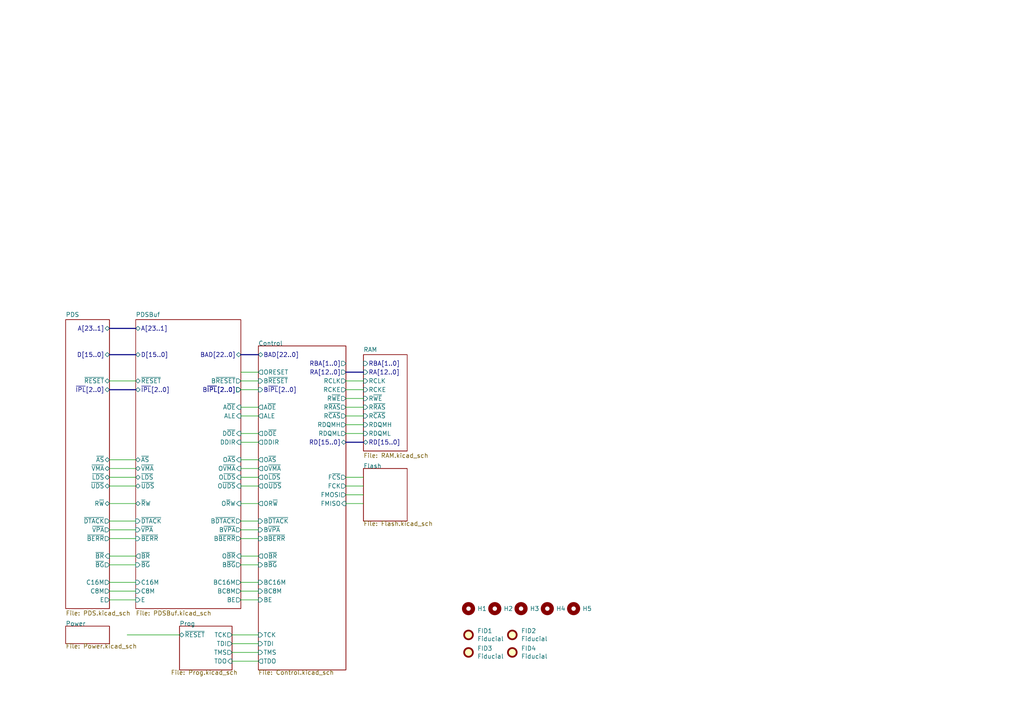
<source format=kicad_sch>
(kicad_sch (version 20230121) (generator eeschema)
  (paper "A4")
  (lib_symbols
    (symbol "Mechanical:Fiducial"
      (property "Reference" "FID" (at 0 5.08 0))
      (property "Value" "Fiducial" (at 0 3.175 0))
      (symbol "Fiducial_0_1"
        (circle (center 0 0) (radius 1.27) (stroke (width 0.508)) (fill (type background)))
      )
    )
    (symbol "Mechanical:MountingHole" (pin_names (offset 1.016))
      (property "Reference" "H" (at 0 5.08 0))
      (property "Value" "MountingHole" (at 0 3.175 0))
      (symbol "MountingHole_0_1"
        (circle (center 0 0) (radius 1.27) (stroke (width 1.27)))
      )
    )
  )
  (wire (pts (xy 69.85 110.49) (xy 74.93 110.49)))
  (wire (pts (xy 69.85 163.83) (xy 74.93 163.83)))
  (wire (pts (xy 69.85 128.27) (xy 74.93 128.27)))
  (wire (pts (xy 69.85 120.65) (xy 74.93 120.65)))
  (wire (pts (xy 69.85 135.89) (xy 74.93 135.89)))
  (wire (pts (xy 31.75 135.89) (xy 39.37 135.89)))
  (bus (pts (xy 31.75 113.03) (xy 39.37 113.03)))
  (wire (pts (xy 69.85 161.29) (xy 74.93 161.29)))
  (wire (pts (xy 31.75 140.97) (xy 39.37 140.97)))
  (wire (pts (xy 105.41 110.49) (xy 100.33 110.49)))
  (wire (pts (xy 100.33 146.05) (xy 105.41 146.05)))
  (wire (pts (xy 69.85 153.67) (xy 74.93 153.67)))
  (wire (pts (xy 69.85 173.99) (xy 74.93 173.99)))
  (wire (pts (xy 69.85 107.95) (xy 74.93 107.95)))
  (wire (pts (xy 69.85 113.03) (xy 74.93 113.03)))
  (wire (pts (xy 67.31 189.23) (xy 74.93 189.23)))
  (wire (pts (xy 67.31 184.15) (xy 74.93 184.15)))
  (wire (pts (xy 31.75 151.13) (xy 39.37 151.13)))
  (bus (pts (xy 100.33 128.27) (xy 105.41 128.27)))
  (wire (pts (xy 31.75 153.67) (xy 39.37 153.67)))
  (bus (pts (xy 69.85 102.87) (xy 74.93 102.87)))
  (wire (pts (xy 31.75 163.83) (xy 39.37 163.83)))
  (wire (pts (xy 105.41 113.03) (xy 100.33 113.03)))
  (wire (pts (xy 36.8796 184.15) (xy 52.07 184.15)))
  (wire (pts (xy 69.85 125.73) (xy 74.93 125.73)))
  (wire (pts (xy 31.75 138.43) (xy 39.37 138.43)))
  (wire (pts (xy 31.75 133.35) (xy 39.37 133.35)))
  (wire (pts (xy 69.85 151.13) (xy 74.93 151.13)))
  (wire (pts (xy 31.75 161.29) (xy 39.37 161.29)))
  (wire (pts (xy 31.75 173.99) (xy 39.37 173.99)))
  (wire (pts (xy 100.33 118.11) (xy 105.41 118.11)))
  (bus (pts (xy 31.75 102.87) (xy 39.37 102.87)))
  (wire (pts (xy 69.85 140.97) (xy 74.93 140.97)))
  (wire (pts (xy 69.85 146.05) (xy 74.93 146.05)))
  (wire (pts (xy 69.85 171.45) (xy 74.93 171.45)))
  (wire (pts (xy 100.33 138.43) (xy 105.41 138.43)))
  (wire (pts (xy 31.75 168.91) (xy 39.37 168.91)))
  (wire (pts (xy 69.85 156.21) (xy 74.93 156.21)))
  (wire (pts (xy 31.75 171.45) (xy 39.37 171.45)))
  (wire (pts (xy 69.85 168.91) (xy 74.93 168.91)))
  (wire (pts (xy 100.33 143.51) (xy 105.41 143.51)))
  (bus (pts (xy 31.75 95.25) (xy 39.37 95.25)))
  (wire (pts (xy 69.85 138.43) (xy 74.93 138.43)))
  (wire (pts (xy 31.75 146.05) (xy 39.37 146.05)))
  (wire (pts (xy 100.33 115.57) (xy 105.41 115.57)))
  (wire (pts (xy 100.33 140.97) (xy 105.41 140.97)))
  (wire (pts (xy 105.41 120.65) (xy 100.33 120.65)))
  (bus (pts (xy 100.33 107.95) (xy 105.41 107.95)))
  (wire (pts (xy 67.31 191.77) (xy 74.93 191.77)))
  (wire (pts (xy 69.85 118.11) (xy 74.93 118.11)))
  (wire (pts (xy 69.85 133.35) (xy 74.93 133.35)))
  (wire (pts (xy 67.31 186.69) (xy 74.93 186.69)))
  (wire (pts (xy 31.75 110.49) (xy 39.37 110.49)))
  (wire (pts (xy 100.33 123.19) (xy 105.41 123.19)))
  (wire (pts (xy 31.75 156.21) (xy 39.37 156.21)))
  (wire (pts (xy 100.33 125.73) (xy 105.41 125.73)))
  (symbol (lib_id "Mechanical:MountingHole") (at 166.37 176.53 0) (unit 1)
    (property "Reference" "H5" (at 168.91 176.53 0) (effects (justify left)))
    (property "Value" " " (at 168.91 177.546 0) (effects (justify left)))
    (property "Footprint" "stdpads:PasteHole_1.152mm_NPTH" (effects hide))
  )
  (symbol (lib_id "Mechanical:Fiducial") (at 135.89 184.15 0) (unit 1)
    (property "Reference" "FID1" (at 138.43 182.9816 0) (effects (justify left)))
    (property "Value" "Fiducial" (at 138.43 185.293 0) (effects (justify left)))
    (property "Footprint" "stdpads:Fiducial" (effects hide))
  )
  (symbol (lib_id "Mechanical:Fiducial") (at 148.59 184.15 0) (unit 1)
    (property "Reference" "FID2" (at 151.13 182.9816 0) (effects (justify left)))
    (property "Value" "Fiducial" (at 151.13 185.293 0) (effects (justify left)))
    (property "Footprint" "stdpads:Fiducial" (effects hide))
  )
  (symbol (lib_id "Mechanical:Fiducial") (at 135.89 189.23 0) (unit 1)
    (property "Reference" "FID3" (at 138.43 188.0616 0) (effects (justify left)))
    (property "Value" "Fiducial" (at 138.43 190.373 0) (effects (justify left)))
    (property "Footprint" "stdpads:Fiducial" (effects hide))
  )
  (symbol (lib_id "Mechanical:Fiducial") (at 148.59 189.23 0) (unit 1)
    (property "Reference" "FID4" (at 151.13 188.0616 0) (effects (justify left)))
    (property "Value" "Fiducial" (at 151.13 190.373 0) (effects (justify left)))
    (property "Footprint" "stdpads:Fiducial" (effects hide))
  )
  (symbol (lib_id "Mechanical:MountingHole") (at 135.89 176.53 0) (unit 1)
    (property "Reference" "H1" (at 138.43 176.53 0) (effects (justify left)))
    (property "Value" " " (at 138.43 177.546 0) (effects (justify left)))
    (property "Footprint" "stdpads:PasteHole_1.152mm_NPTH" (effects hide))
  )
  (symbol (lib_id "Mechanical:MountingHole") (at 143.51 176.53 0) (unit 1)
    (property "Reference" "H2" (at 146.05 176.53 0) (effects (justify left)))
    (property "Value" " " (at 146.05 177.546 0) (effects (justify left)))
    (property "Footprint" "stdpads:PasteHole_1.152mm_NPTH" (effects hide))
  )
  (symbol (lib_id "Mechanical:MountingHole") (at 151.13 176.53 0) (unit 1)
    (property "Reference" "H3" (at 153.67 176.53 0) (effects (justify left)))
    (property "Value" " " (at 153.67 177.546 0) (effects (justify left)))
    (property "Footprint" "stdpads:PasteHole_1.152mm_NPTH" (effects hide))
  )
  (symbol (lib_id "Mechanical:MountingHole") (at 158.75 176.53 0) (unit 1)
    (property "Reference" "H4" (at 161.29 176.53 0) (effects (justify left)))
    (property "Value" " " (at 161.29 177.546 0) (effects (justify left)))
    (property "Footprint" "stdpads:PasteHole_1.152mm_NPTH" (effects hide))
  )
  (sheet (at 19.05 92.71) (size 12.7 83.82)
    (property "Sheetname" "PDS" (at 19.05 91.9984 0) (effects (justify left bottom)))
    (property "Sheetfile" "PDS.kicad_sch" (at 19.05 177.1146 0) (effects (justify left top)))
    (pin "A[23..1]" bidirectional (at 31.75 95.25 0))
    (pin "D[15..0]" bidirectional (at 31.75 102.87 0))
    (pin "~{AS}" bidirectional (at 31.75 133.35 0))
    (pin "~{LDS}" bidirectional (at 31.75 138.43 0))
    (pin "~{UDS}" bidirectional (at 31.75 140.97 0))
    (pin "R~{W}" bidirectional (at 31.75 146.05 0))
    (pin "~{VMA}" bidirectional (at 31.75 135.89 0))
    (pin "~{VPA}" output (at 31.75 153.67 0))
    (pin "~{DTACK}" output (at 31.75 151.13 0))
    (pin "~{RESET}" bidirectional (at 31.75 110.49 0))
    (pin "~{BERR}" output (at 31.75 156.21 0))
    (pin "E" output (at 31.75 173.99 0))
    (pin "C8M" output (at 31.75 171.45 0))
    (pin "C16M" output (at 31.75 168.91 0))
    (pin "~{BR}" input (at 31.75 161.29 0))
    (pin "~{BG}" output (at 31.75 163.83 0))
    (pin "~{IPL}[2..0]" bidirectional (at 31.75 113.03 0))
  )
  (sheet (at 74.93 100.33) (size 25.4 93.98)
    (property "Sheetname" "Control" (at 74.93 100.33 0) (effects (justify left bottom)))
    (property "Sheetfile" "Control.kicad_sch" (at 74.93 194.31 0) (effects (justify left top)))
    (pin "RA[12..0]" output (at 100.33 107.95 0))
    (pin "B~{IPL}[2..0]" input (at 74.93 113.03 180))
    (pin "A~{OE}" output (at 74.93 118.11 180))
    (pin "ALE" output (at 74.93 120.65 180))
    (pin "DDIR" output (at 74.93 128.27 180))
    (pin "D~{OE}" output (at 74.93 125.73 180))
    (pin "TCK" input (at 74.93 184.15 180))
    (pin "TMS" input (at 74.93 189.23 180))
    (pin "TDO" output (at 74.93 191.77 180))
    (pin "TDI" input (at 74.93 186.69 180))
    (pin "B~{BG}" input (at 74.93 163.83 180))
    (pin "O~{BR}" output (at 74.93 161.29 180))
    (pin "B~{BERR}" input (at 74.93 156.21 180))
    (pin "B~{DTACK}" input (at 74.93 151.13 180))
    (pin "O~{LDS}" output (at 74.93 138.43 180))
    (pin "BC8M" input (at 74.93 171.45 180))
    (pin "BE" input (at 74.93 173.99 180))
    (pin "O~{AS}" output (at 74.93 133.35 180))
    (pin "O~{UDS}" output (at 74.93 140.97 180))
    (pin "B~{VPA}" input (at 74.93 153.67 180))
    (pin "O~{VMA}" output (at 74.93 135.89 180))
    (pin "BC16M" input (at 74.93 168.91 180))
    (pin "OR~{W}" output (at 74.93 146.05 180))
    (pin "RCKE" output (at 100.33 113.03 0))
    (pin "RCLK" output (at 100.33 110.49 0))
    (pin "RDQML" output (at 100.33 125.73 0))
    (pin "R~{CAS}" output (at 100.33 120.65 0))
    (pin "R~{WE}" output (at 100.33 115.57 0))
    (pin "RDQMH" output (at 100.33 123.19 0))
    (pin "R~{RAS}" output (at 100.33 118.11 0))
    (pin "B~{RESET}" input (at 74.93 110.49 180))
    (pin "ORESET" output (at 74.93 107.95 180))
    (pin "RD[15..0]" bidirectional (at 100.33 128.27 0))
    (pin "BAD[22..0]" bidirectional (at 74.93 102.87 180))
    (pin "RBA[1..0]" output (at 100.33 105.41 0))
    (pin "FMOSI" output (at 100.33 143.51 0))
    (pin "FCK" output (at 100.33 140.97 0))
    (pin "F~{CS}" output (at 100.33 138.43 0))
    (pin "FMISO" input (at 100.33 146.05 0))
  )
  (sheet (at 105.41 102.87) (size 12.7 27.94)
    (property "Sheetname" "RAM" (at 105.41 102.1584 0) (effects (justify left bottom)))
    (property "Sheetfile" "RAM.kicad_sch" (at 105.41 131.3946 0) (effects (justify left top)))
    (pin "R~{RAS}" input (at 105.41 118.11 180))
    (pin "RD[15..0]" bidirectional (at 105.41 128.27 180))
    (pin "R~{CAS}" input (at 105.41 120.65 180))
    (pin "R~{WE}" input (at 105.41 115.57 180))
    (pin "RCKE" input (at 105.41 113.03 180))
    (pin "RCLK" input (at 105.41 110.49 180))
    (pin "RA[12..0]" input (at 105.41 107.95 180))
    (pin "RDQMH" input (at 105.41 123.19 180))
    (pin "RDQML" input (at 105.41 125.73 180))
    (pin "RBA[1..0]" input (at 105.41 105.41 180))
  )
  (sheet (at 39.37 92.71) (size 30.48 83.82)
    (property "Sheetname" "PDSBuf" (at 39.37 91.9984 0) (effects (justify left bottom)))
    (property "Sheetfile" "PDSBuf.kicad_sch" (at 39.37 177.1146 0) (effects (justify left top)))
    (pin "A[23..1]" bidirectional (at 39.37 95.25 180))
    (pin "D[15..0]" bidirectional (at 39.37 102.87 180))
    (pin "A~{OE}" input (at 69.85 118.11 0))
    (pin "~{R}W" tri_state (at 39.37 146.05 180))
    (pin "~{BR}" output (at 39.37 161.29 180))
    (pin "~{VMA}" tri_state (at 39.37 135.89 180))
    (pin "~{DTACK}" input (at 39.37 151.13 180))
    (pin "~{BERR}" input (at 39.37 156.21 180))
    (pin "~{VPA}" input (at 39.37 153.67 180))
    (pin "~{AS}" tri_state (at 39.37 133.35 180))
    (pin "~{LDS}" tri_state (at 39.37 138.43 180))
    (pin "~{UDS}" tri_state (at 39.37 140.97 180))
    (pin "C8M" input (at 39.37 171.45 180))
    (pin "E" input (at 39.37 173.99 180))
    (pin "C16M" input (at 39.37 168.91 180))
    (pin "~{IPL}[2..0]" bidirectional (at 39.37 113.03 180))
    (pin "DDIR" input (at 69.85 128.27 0))
    (pin "D~{OE}" input (at 69.85 125.73 0))
    (pin "~{BG}" input (at 39.37 163.83 180))
    (pin "~{IPL}[2..0]" output (at 69.85 113.03 0))
    (pin "O~{UDS}" input (at 69.85 140.97 0))
    (pin "O~{LDS}" input (at 69.85 138.43 0))
    (pin "O~{AS}" input (at 69.85 133.35 0))
    (pin "O~{VMA}" input (at 69.85 135.89 0))
    (pin "B~{BG}" output (at 69.85 163.83 0))
    (pin "B~{RESET}" output (at 69.85 110.49 0))
    (pin "B~{DTACK}" output (at 69.85 151.13 0))
    (pin "B~{VPA}" output (at 69.85 153.67 0))
    (pin "O~{BR}" input (at 69.85 161.29 0))
    (pin "B~{BERR}" output (at 69.85 156.21 0))
    (pin "ALE" input (at 69.85 120.65 0))
    (pin "O~{R}W" input (at 69.85 146.05 0))
    (pin "B~{IPL}[2..0]" output (at 69.85 113.03 0))
    (pin "BC8M" output (at 69.85 171.45 0))
    (pin "BC16M" output (at 69.85 168.91 0))
    (pin "BE" output (at 69.85 173.99 0))
    (pin "BAD[22..0]" bidirectional (at 69.85 102.87 0))
    (pin "~{RESET}" bidirectional (at 39.37 110.49 180))
  )
  (sheet (at 52.07 181.61) (size 15.24 12.7)
    (property "Sheetname" "Prog" (at 52.07 181.61 0) (effects (justify left bottom)))
    (property "Sheetfile" "Prog.kicad_sch" (at 49.53 194.31 0) (effects (justify left top)))
    (pin "TCK" output (at 67.31 184.15 0))
    (pin "TDI" output (at 67.31 186.69 0))
    (pin "TMS" output (at 67.31 189.23 0))
    (pin "TDO" input (at 67.31 191.77 0))
    (pin "~{RESET}" tri_state (at 52.07 184.15 180))
  )
  (sheet (at 19.05 181.61) (size 12.7 5.08)
    (property "Sheetname" "Power" (at 19.05 181.61 0) (effects (justify left bottom)))
    (property "Sheetfile" "Power.kicad_sch" (at 19.05 186.69 0) (effects (justify left top)))
  )
  (sheet (at 105.41 135.89) (size 12.7 15.24) (stroke (width 0.1524))
    (property "Sheetname" "Flash" (at 105.41 135.89 0) (effects (justify left bottom)))
    (property "Sheetfile" "Flash.kicad_sch" (at 105.41 151.13 0) (effects (justify left top)))
  )
)
</source>
